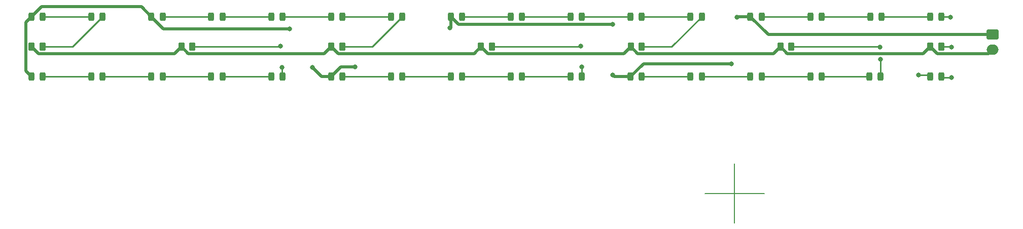
<source format=gtl>
%TF.GenerationSoftware,KiCad,Pcbnew,7.0.8*%
%TF.CreationDate,2023-11-18T18:44:21+08:00*%
%TF.ProjectId,Brake_Light,4272616b-655f-44c6-9967-68742e6b6963,v1.0*%
%TF.SameCoordinates,Original*%
%TF.FileFunction,Copper,L1,Top*%
%TF.FilePolarity,Positive*%
%FSLAX46Y46*%
G04 Gerber Fmt 4.6, Leading zero omitted, Abs format (unit mm)*
G04 Created by KiCad (PCBNEW 7.0.8) date 2023-11-18 18:44:21*
%MOMM*%
%LPD*%
G01*
G04 APERTURE LIST*
G04 Aperture macros list*
%AMRoundRect*
0 Rectangle with rounded corners*
0 $1 Rounding radius*
0 $2 $3 $4 $5 $6 $7 $8 $9 X,Y pos of 4 corners*
0 Add a 4 corners polygon primitive as box body*
4,1,4,$2,$3,$4,$5,$6,$7,$8,$9,$2,$3,0*
0 Add four circle primitives for the rounded corners*
1,1,$1+$1,$2,$3*
1,1,$1+$1,$4,$5*
1,1,$1+$1,$6,$7*
1,1,$1+$1,$8,$9*
0 Add four rect primitives between the rounded corners*
20,1,$1+$1,$2,$3,$4,$5,0*
20,1,$1+$1,$4,$5,$6,$7,0*
20,1,$1+$1,$6,$7,$8,$9,0*
20,1,$1+$1,$8,$9,$2,$3,0*%
G04 Aperture macros list end*
%TA.AperFunction,NonConductor*%
%ADD10C,0.200000*%
%TD*%
%TA.AperFunction,SMDPad,CuDef*%
%ADD11RoundRect,0.243750X-0.243750X-0.456250X0.243750X-0.456250X0.243750X0.456250X-0.243750X0.456250X0*%
%TD*%
%TA.AperFunction,SMDPad,CuDef*%
%ADD12RoundRect,0.250000X-0.262500X-0.450000X0.262500X-0.450000X0.262500X0.450000X-0.262500X0.450000X0*%
%TD*%
%TA.AperFunction,ComponentPad*%
%ADD13O,2.000000X1.700000*%
%TD*%
%TA.AperFunction,ComponentPad*%
%ADD14RoundRect,0.250000X-0.750000X0.600000X-0.750000X-0.600000X0.750000X-0.600000X0.750000X0.600000X0*%
%TD*%
%TA.AperFunction,ViaPad*%
%ADD15C,0.800000*%
%TD*%
%TA.AperFunction,Conductor*%
%ADD16C,0.254000*%
%TD*%
%TA.AperFunction,Conductor*%
%ADD17C,0.508000*%
%TD*%
G04 APERTURE END LIST*
D10*
X167132000Y-122995000D02*
X177038000Y-122995000D01*
X172085000Y-118042000D02*
X172085000Y-127948000D01*
D11*
%TO.P,D1,2,A*%
%TO.N,Net-(D1-A)*%
X206584500Y-103494000D03*
%TO.P,D1,1,K*%
%TO.N,Net-(D1-K)*%
X204709500Y-103494000D03*
%TD*%
%TO.P,D2,1,K*%
%TO.N,Net-(D2-K)*%
X204709500Y-93500000D03*
%TO.P,D2,2,A*%
%TO.N,Net-(D1-K)*%
X206584500Y-93500000D03*
%TD*%
D12*
%TO.P,R1,1*%
%TO.N,/Vcc*%
X204734500Y-98497000D03*
%TO.P,R1,2*%
%TO.N,Net-(D1-A)*%
X206559500Y-98497000D03*
%TD*%
D11*
%TO.P,D30,1,K*%
%TO.N,/GND*%
X54709500Y-103494000D03*
%TO.P,D30,2,A*%
%TO.N,Net-(D29-K)*%
X56584500Y-103494000D03*
%TD*%
%TO.P,D9,1,K*%
%TO.N,Net-(D10-A)*%
X164709500Y-103494000D03*
%TO.P,D9,2,A*%
%TO.N,Net-(D8-K)*%
X166584500Y-103494000D03*
%TD*%
%TO.P,D32,1,K*%
%TO.N,/GND*%
X54709500Y-93500000D03*
%TO.P,D32,2,A*%
%TO.N,Net-(D31-K)*%
X56584500Y-93500000D03*
%TD*%
%TO.P,D11,1,K*%
%TO.N,Net-(D11-K)*%
X164709500Y-93500000D03*
%TO.P,D11,2,A*%
%TO.N,Net-(D11-A)*%
X166584500Y-93500000D03*
%TD*%
D12*
%TO.P,R6,1*%
%TO.N,/Vcc*%
X79734500Y-98497000D03*
%TO.P,R6,2*%
%TO.N,Net-(D26-A)*%
X81559500Y-98497000D03*
%TD*%
D11*
%TO.P,D10,1,K*%
%TO.N,/GND*%
X154709500Y-103494000D03*
%TO.P,D10,2,A*%
%TO.N,Net-(D10-A)*%
X156584500Y-103494000D03*
%TD*%
%TO.P,D7,2,A*%
%TO.N,Net-(D6-K)*%
X186584500Y-103494000D03*
%TO.P,D7,1,K*%
%TO.N,Net-(D7-K)*%
X184709500Y-103494000D03*
%TD*%
D12*
%TO.P,R3,1*%
%TO.N,/Vcc*%
X154734500Y-98497000D03*
%TO.P,R3,2*%
%TO.N,Net-(D11-A)*%
X156559500Y-98497000D03*
%TD*%
D11*
%TO.P,D22,1,K*%
%TO.N,Net-(D22-K)*%
X104709500Y-93500000D03*
%TO.P,D22,2,A*%
%TO.N,Net-(D21-K)*%
X106584500Y-93500000D03*
%TD*%
D12*
%TO.P,R5,1*%
%TO.N,/Vcc*%
X104734500Y-98497000D03*
%TO.P,R5,2*%
%TO.N,Net-(D21-A)*%
X106559500Y-98497000D03*
%TD*%
D11*
%TO.P,D15,1,K*%
%TO.N,/GND*%
X124709500Y-93500000D03*
%TO.P,D15,2,A*%
%TO.N,Net-(D14-K)*%
X126584500Y-93500000D03*
%TD*%
%TO.P,D17,1,K*%
%TO.N,Net-(D17-K)*%
X134709500Y-103494000D03*
%TO.P,D17,2,A*%
%TO.N,Net-(D16-K)*%
X136584500Y-103494000D03*
%TD*%
%TO.P,D26,1,K*%
%TO.N,Net-(D26-K)*%
X94709500Y-103494000D03*
%TO.P,D26,2,A*%
%TO.N,Net-(D26-A)*%
X96584500Y-103494000D03*
%TD*%
%TO.P,D25,1,K*%
%TO.N,/GND*%
X74709500Y-93500000D03*
%TO.P,D25,2,A*%
%TO.N,Net-(D24-K)*%
X76584500Y-93500000D03*
%TD*%
%TO.P,D5,2,A*%
%TO.N,Net-(D4-K)*%
X176584500Y-93500000D03*
%TO.P,D5,1,K*%
%TO.N,/GND*%
X174709500Y-93500000D03*
%TD*%
%TO.P,D13,1,K*%
%TO.N,Net-(D13-K)*%
X144709500Y-93500000D03*
%TO.P,D13,2,A*%
%TO.N,Net-(D12-K)*%
X146584500Y-93500000D03*
%TD*%
%TO.P,D29,1,K*%
%TO.N,Net-(D29-K)*%
X64709500Y-103494000D03*
%TO.P,D29,2,A*%
%TO.N,Net-(D28-K)*%
X66584500Y-103494000D03*
%TD*%
%TO.P,D3,1,K*%
%TO.N,Net-(D3-K)*%
X194709500Y-93500000D03*
%TO.P,D3,2,A*%
%TO.N,Net-(D2-K)*%
X196584500Y-93500000D03*
%TD*%
%TO.P,D8,2,A*%
%TO.N,Net-(D7-K)*%
X176584500Y-103494000D03*
%TO.P,D8,1,K*%
%TO.N,Net-(D8-K)*%
X174709500Y-103494000D03*
%TD*%
D13*
%TO.P,J1,2,Pin_2*%
%TO.N,/Vcc*%
X215174000Y-98977000D03*
D14*
%TO.P,J1,1,Pin_1*%
%TO.N,/GND*%
X215174000Y-96477000D03*
%TD*%
D11*
%TO.P,D23,1,K*%
%TO.N,Net-(D23-K)*%
X94709500Y-93500000D03*
%TO.P,D23,2,A*%
%TO.N,Net-(D22-K)*%
X96584500Y-93500000D03*
%TD*%
%TO.P,D12,2,A*%
%TO.N,Net-(D11-K)*%
X156584500Y-93500000D03*
%TO.P,D12,1,K*%
%TO.N,Net-(D12-K)*%
X154709500Y-93500000D03*
%TD*%
%TO.P,D14,1,K*%
%TO.N,Net-(D14-K)*%
X134709500Y-93500000D03*
%TO.P,D14,2,A*%
%TO.N,Net-(D13-K)*%
X136584500Y-93500000D03*
%TD*%
%TO.P,D4,1,K*%
%TO.N,Net-(D4-K)*%
X184709500Y-93500000D03*
%TO.P,D4,2,A*%
%TO.N,Net-(D3-K)*%
X186584500Y-93500000D03*
%TD*%
%TO.P,D31,1,K*%
%TO.N,Net-(D31-K)*%
X64709500Y-93500000D03*
%TO.P,D31,2,A*%
%TO.N,Net-(D31-A)*%
X66584500Y-93500000D03*
%TD*%
%TO.P,D20,1,K*%
%TO.N,/GND*%
X104709500Y-103494000D03*
%TO.P,D20,2,A*%
%TO.N,Net-(D19-K)*%
X106584500Y-103494000D03*
%TD*%
%TO.P,D21,1,K*%
%TO.N,Net-(D21-K)*%
X114709500Y-93500000D03*
%TO.P,D21,2,A*%
%TO.N,Net-(D21-A)*%
X116584500Y-93500000D03*
%TD*%
%TO.P,D16,1,K*%
%TO.N,Net-(D16-K)*%
X144709500Y-103494000D03*
%TO.P,D16,2,A*%
%TO.N,Net-(D16-A)*%
X146584500Y-103494000D03*
%TD*%
%TO.P,D24,1,K*%
%TO.N,Net-(D24-K)*%
X84709500Y-93500000D03*
%TO.P,D24,2,A*%
%TO.N,Net-(D23-K)*%
X86584500Y-93500000D03*
%TD*%
%TO.P,D19,1,K*%
%TO.N,Net-(D19-K)*%
X114709500Y-103494000D03*
%TO.P,D19,2,A*%
%TO.N,Net-(D18-K)*%
X116584500Y-103494000D03*
%TD*%
%TO.P,D6,2,A*%
%TO.N,Net-(D6-A)*%
X196434500Y-103494000D03*
%TO.P,D6,1,K*%
%TO.N,Net-(D6-K)*%
X194559500Y-103494000D03*
%TD*%
%TO.P,D18,1,K*%
%TO.N,Net-(D18-K)*%
X124709500Y-103494000D03*
%TO.P,D18,2,A*%
%TO.N,Net-(D17-K)*%
X126584500Y-103494000D03*
%TD*%
%TO.P,D28,1,K*%
%TO.N,Net-(D28-K)*%
X74709500Y-103494000D03*
%TO.P,D28,2,A*%
%TO.N,Net-(D27-K)*%
X76584500Y-103494000D03*
%TD*%
D12*
%TO.P,R2,1*%
%TO.N,/Vcc*%
X179734500Y-98497000D03*
%TO.P,R2,2*%
%TO.N,Net-(D6-A)*%
X181559500Y-98497000D03*
%TD*%
%TO.P,R4,1*%
%TO.N,/Vcc*%
X129734500Y-98497000D03*
%TO.P,R4,2*%
%TO.N,Net-(D16-A)*%
X131559500Y-98497000D03*
%TD*%
%TO.P,R7,1*%
%TO.N,/Vcc*%
X54734500Y-98497000D03*
%TO.P,R7,2*%
%TO.N,Net-(D31-A)*%
X56559500Y-98497000D03*
%TD*%
D11*
%TO.P,D27,1,K*%
%TO.N,Net-(D27-K)*%
X84709500Y-103494000D03*
%TO.P,D27,2,A*%
%TO.N,Net-(D26-K)*%
X86584500Y-103494000D03*
%TD*%
D15*
%TO.N,Net-(D1-A)*%
X208280000Y-103632000D03*
X208280000Y-98552000D03*
%TO.N,Net-(D1-K)*%
X202819000Y-103251000D03*
X208153000Y-93599000D03*
%TO.N,Net-(D6-A)*%
X196469000Y-100584000D03*
X196342000Y-98552000D03*
%TO.N,Net-(D16-A)*%
X146558000Y-101854000D03*
X146431000Y-98425000D03*
%TO.N,Net-(D26-A)*%
X96520000Y-101981000D03*
X96266000Y-98425000D03*
%TO.N,/GND*%
X97790000Y-95504000D03*
X101600000Y-101981000D03*
X108712000Y-101854000D03*
X124587000Y-95377000D03*
X151765000Y-94742000D03*
X151765000Y-103251000D03*
X171577000Y-101346000D03*
X172466000Y-93599000D03*
%TD*%
D16*
%TO.N,Net-(D1-A)*%
X206559500Y-98497000D02*
X208225000Y-98497000D01*
X208280000Y-103632000D02*
X206722500Y-103632000D01*
X208225000Y-98497000D02*
X208280000Y-98552000D01*
X206722500Y-103632000D02*
X206584500Y-103494000D01*
%TO.N,Net-(D1-K)*%
X204466500Y-103251000D02*
X204709500Y-103494000D01*
X206584500Y-93500000D02*
X208054000Y-93500000D01*
X208054000Y-93500000D02*
X208153000Y-93599000D01*
X202819000Y-103251000D02*
X204466500Y-103251000D01*
%TO.N,Net-(D2-K)*%
X196584500Y-93500000D02*
X204709500Y-93500000D01*
%TO.N,Net-(D3-K)*%
X186584500Y-93500000D02*
X194709500Y-93500000D01*
%TO.N,Net-(D6-A)*%
X181559500Y-98497000D02*
X196287000Y-98497000D01*
X196287000Y-98497000D02*
X196342000Y-98552000D01*
X196469000Y-100584000D02*
X196434500Y-100618500D01*
X196434500Y-100618500D02*
X196434500Y-103494000D01*
%TO.N,Net-(D6-K)*%
X186584500Y-103494000D02*
X194559500Y-103494000D01*
%TO.N,Net-(D4-K)*%
X176584500Y-93500000D02*
X184709500Y-93500000D01*
%TO.N,Net-(D7-K)*%
X176584500Y-103494000D02*
X184709500Y-103494000D01*
%TO.N,Net-(D8-K)*%
X166584500Y-103494000D02*
X174709500Y-103494000D01*
%TO.N,Net-(D10-A)*%
X156584500Y-103494000D02*
X164709500Y-103494000D01*
%TO.N,Net-(D11-A)*%
X156559500Y-98497000D02*
X161587500Y-98497000D01*
X161587500Y-98497000D02*
X166584500Y-93500000D01*
%TO.N,Net-(D11-K)*%
X156584500Y-93500000D02*
X164709500Y-93500000D01*
%TO.N,Net-(D12-K)*%
X146584500Y-93500000D02*
X154709500Y-93500000D01*
%TO.N,Net-(D13-K)*%
X136584500Y-93500000D02*
X144709500Y-93500000D01*
%TO.N,Net-(D14-K)*%
X126584500Y-93500000D02*
X134709500Y-93500000D01*
%TO.N,Net-(D16-K)*%
X136584500Y-103494000D02*
X144709500Y-103494000D01*
%TO.N,Net-(D16-A)*%
X131559500Y-98497000D02*
X146359000Y-98497000D01*
X146359000Y-98497000D02*
X146431000Y-98425000D01*
X146558000Y-103467500D02*
X146584500Y-103494000D01*
X146558000Y-101854000D02*
X146558000Y-103467500D01*
%TO.N,Net-(D17-K)*%
X126584500Y-103494000D02*
X134709500Y-103494000D01*
%TO.N,Net-(D18-K)*%
X116584500Y-103494000D02*
X124709500Y-103494000D01*
%TO.N,Net-(D21-A)*%
X106559500Y-98497000D02*
X111587500Y-98497000D01*
X111587500Y-98497000D02*
X116584500Y-93500000D01*
%TO.N,Net-(D21-K)*%
X106584500Y-93500000D02*
X114709500Y-93500000D01*
%TO.N,Net-(D22-K)*%
X96584500Y-93500000D02*
X104709500Y-93500000D01*
%TO.N,Net-(D23-K)*%
X86584500Y-93500000D02*
X94709500Y-93500000D01*
%TO.N,Net-(D24-K)*%
X76584500Y-93500000D02*
X84709500Y-93500000D01*
%TO.N,Net-(D19-K)*%
X106584500Y-103494000D02*
X114709500Y-103494000D01*
%TO.N,Net-(D26-K)*%
X86584500Y-103494000D02*
X94709500Y-103494000D01*
%TO.N,Net-(D26-A)*%
X81559500Y-98497000D02*
X96194000Y-98497000D01*
X96520000Y-101981000D02*
X96520000Y-103429500D01*
X96194000Y-98497000D02*
X96266000Y-98425000D01*
X96520000Y-103429500D02*
X96584500Y-103494000D01*
%TO.N,Net-(D27-K)*%
X76584500Y-103494000D02*
X84709500Y-103494000D01*
%TO.N,Net-(D28-K)*%
X66584500Y-103494000D02*
X74709500Y-103494000D01*
%TO.N,Net-(D29-K)*%
X56584500Y-103494000D02*
X64709500Y-103494000D01*
%TO.N,Net-(D31-A)*%
X56559500Y-98497000D02*
X61587500Y-98497000D01*
X61587500Y-98497000D02*
X66584500Y-93500000D01*
%TO.N,Net-(D31-K)*%
X56584500Y-93500000D02*
X64709500Y-93500000D01*
D17*
%TO.N,/GND*%
X54709500Y-93500000D02*
X53768000Y-94441500D01*
X53768000Y-102552500D02*
X54709500Y-103494000D01*
X53768000Y-94441500D02*
X53768000Y-102552500D01*
X74709500Y-93500000D02*
X73030500Y-91821000D01*
X73030500Y-91821000D02*
X56388500Y-91821000D01*
X56388500Y-91821000D02*
X54709500Y-93500000D01*
X104709500Y-103494000D02*
X103113000Y-103494000D01*
X103113000Y-103494000D02*
X101600000Y-101981000D01*
X97790000Y-95504000D02*
X76713500Y-95504000D01*
X76713500Y-95504000D02*
X74709500Y-93500000D01*
X108712000Y-101854000D02*
X106349500Y-101854000D01*
X124709500Y-93500000D02*
X124709500Y-95254500D01*
X124709500Y-95254500D02*
X124587000Y-95377000D01*
X106349500Y-101854000D02*
X104709500Y-103494000D01*
X125951500Y-94742000D02*
X124709500Y-93500000D01*
X151765000Y-94742000D02*
X125951500Y-94742000D01*
X154709500Y-103494000D02*
X152008000Y-103494000D01*
X152008000Y-103494000D02*
X151765000Y-103251000D01*
X171577000Y-101346000D02*
X156857500Y-101346000D01*
X156857500Y-101346000D02*
X154709500Y-103494000D01*
X172565000Y-93500000D02*
X172466000Y-93599000D01*
X174709500Y-93500000D02*
X172565000Y-93500000D01*
%TO.N,/Vcc*%
X79734500Y-98497000D02*
X78580500Y-99651000D01*
X78580500Y-99651000D02*
X55888500Y-99651000D01*
X55888500Y-99651000D02*
X54734500Y-98497000D01*
X104734500Y-98497000D02*
X103580500Y-99651000D01*
X103580500Y-99651000D02*
X80888500Y-99651000D01*
X80888500Y-99651000D02*
X79734500Y-98497000D01*
X129734500Y-98497000D02*
X128580500Y-99651000D01*
X128580500Y-99651000D02*
X105888500Y-99651000D01*
X105888500Y-99651000D02*
X104734500Y-98497000D01*
X154734500Y-98497000D02*
X153580500Y-99651000D01*
X153580500Y-99651000D02*
X130888500Y-99651000D01*
X130888500Y-99651000D02*
X129734500Y-98497000D01*
X179734500Y-98497000D02*
X178580500Y-99651000D01*
X178580500Y-99651000D02*
X155888500Y-99651000D01*
X155888500Y-99651000D02*
X154734500Y-98497000D01*
X204734500Y-98497000D02*
X203580500Y-99651000D01*
X203580500Y-99651000D02*
X180888500Y-99651000D01*
X180888500Y-99651000D02*
X179734500Y-98497000D01*
X215174000Y-98977000D02*
X214500000Y-99651000D01*
X214500000Y-99651000D02*
X205888500Y-99651000D01*
X205888500Y-99651000D02*
X204734500Y-98497000D01*
%TO.N,/GND*%
X215174000Y-96477000D02*
X177686500Y-96477000D01*
X177686500Y-96477000D02*
X174709500Y-93500000D01*
%TD*%
M02*

</source>
